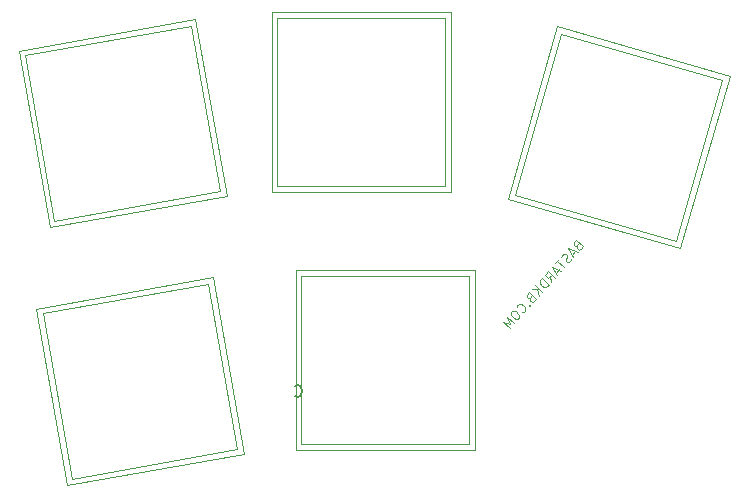
<source format=gbr>
%TF.GenerationSoftware,KiCad,Pcbnew,(6.99.0-4085-g6c752680d7)*%
%TF.CreationDate,2022-11-14T17:07:19+08:00*%
%TF.ProjectId,flex,666c6578-2e6b-4696-9361-645f70636258,rev?*%
%TF.SameCoordinates,Original*%
%TF.FileFunction,Legend,Bot*%
%TF.FilePolarity,Positive*%
%FSLAX46Y46*%
G04 Gerber Fmt 4.6, Leading zero omitted, Abs format (unit mm)*
G04 Created by KiCad (PCBNEW (6.99.0-4085-g6c752680d7)) date 2022-11-14 17:07:19*
%MOMM*%
%LPD*%
G01*
G04 APERTURE LIST*
G04 Aperture macros list*
%AMHorizOval*
0 Thick line with rounded ends*
0 $1 width*
0 $2 $3 position (X,Y) of the first rounded end (center of the circle)*
0 $4 $5 position (X,Y) of the second rounded end (center of the circle)*
0 Add line between two ends*
20,1,$1,$2,$3,$4,$5,0*
0 Add two circle primitives to create the rounded ends*
1,1,$1,$2,$3*
1,1,$1,$4,$5*%
%AMRotRect*
0 Rectangle, with rotation*
0 The origin of the aperture is its center*
0 $1 length*
0 $2 width*
0 $3 Rotation angle, in degrees counterclockwise*
0 Add horizontal line*
21,1,$1,$2,0,0,$3*%
G04 Aperture macros list end*
%ADD10C,0.150000*%
%ADD11C,0.120000*%
%ADD12R,1.700000X1.700000*%
%ADD13O,1.700000X1.700000*%
%ADD14C,1.900000*%
%ADD15C,1.750000*%
%ADD16HorizOval,1.000000X0.295442X0.052094X-0.295442X-0.052094X0*%
%ADD17C,1.550000*%
%ADD18C,5.050000*%
%ADD19C,1.250000*%
%ADD20O,1.600000X1.000000*%
%ADD21HorizOval,1.000000X0.288379X-0.082691X-0.288379X0.082691X0*%
%ADD22RotRect,1.700000X1.700000X11.000000*%
G04 APERTURE END LIST*
D10*
X87179690Y-100383727D02*
X87227309Y-100431346D01*
X87227309Y-100431346D02*
X87370166Y-100478965D01*
X87370166Y-100478965D02*
X87465404Y-100478965D01*
X87465404Y-100478965D02*
X87608261Y-100431346D01*
X87608261Y-100431346D02*
X87703499Y-100336108D01*
X87703499Y-100336108D02*
X87751118Y-100240870D01*
X87751118Y-100240870D02*
X87798737Y-100050394D01*
X87798737Y-100050394D02*
X87798737Y-99907537D01*
X87798737Y-99907537D02*
X87751118Y-99717061D01*
X87751118Y-99717061D02*
X87703499Y-99621823D01*
X87703499Y-99621823D02*
X87608261Y-99526585D01*
X87608261Y-99526585D02*
X87465404Y-99478965D01*
X87465404Y-99478965D02*
X87370166Y-99478965D01*
X87370166Y-99478965D02*
X87227309Y-99526585D01*
X87227309Y-99526585D02*
X87179690Y-99574204D01*
D11*
X111112649Y-87669648D02*
X111064488Y-87780069D01*
X111064488Y-87780069D02*
X111067307Y-87833870D01*
X111067307Y-87833870D02*
X111098437Y-87913162D01*
X111098437Y-87913162D02*
X111183368Y-87989634D01*
X111183368Y-87989634D02*
X111265479Y-88012305D01*
X111265479Y-88012305D02*
X111319280Y-88009485D01*
X111319280Y-88009485D02*
X111398572Y-87978356D01*
X111398572Y-87978356D02*
X111602497Y-87751873D01*
X111602497Y-87751873D02*
X111007981Y-87216569D01*
X111007981Y-87216569D02*
X110829547Y-87414741D01*
X110829547Y-87414741D02*
X110806876Y-87496852D01*
X110806876Y-87496852D02*
X110809695Y-87550653D01*
X110809695Y-87550653D02*
X110840825Y-87629945D01*
X110840825Y-87629945D02*
X110897446Y-87680926D01*
X110897446Y-87680926D02*
X110979557Y-87703597D01*
X110979557Y-87703597D02*
X111033358Y-87700778D01*
X111033358Y-87700778D02*
X111112649Y-87669648D01*
X111112649Y-87669648D02*
X111291084Y-87471476D01*
X110922822Y-88165135D02*
X110667915Y-88448238D01*
X111143665Y-88261458D02*
X110370714Y-87924326D01*
X110370714Y-87924326D02*
X110786795Y-88657802D01*
X110605541Y-88802173D02*
X110557379Y-88912595D01*
X110557379Y-88912595D02*
X110429926Y-89054146D01*
X110429926Y-89054146D02*
X110350634Y-89085276D01*
X110350634Y-89085276D02*
X110296833Y-89088095D01*
X110296833Y-89088095D02*
X110214722Y-89065424D01*
X110214722Y-89065424D02*
X110158101Y-89014443D01*
X110158101Y-89014443D02*
X110126971Y-88935151D01*
X110126971Y-88935151D02*
X110124152Y-88881350D01*
X110124152Y-88881350D02*
X110146823Y-88799239D01*
X110146823Y-88799239D02*
X110220475Y-88660507D01*
X110220475Y-88660507D02*
X110243147Y-88578396D01*
X110243147Y-88578396D02*
X110240327Y-88524595D01*
X110240327Y-88524595D02*
X110209197Y-88445303D01*
X110209197Y-88445303D02*
X110152577Y-88394322D01*
X110152577Y-88394322D02*
X110070465Y-88371651D01*
X110070465Y-88371651D02*
X110016664Y-88374470D01*
X110016664Y-88374470D02*
X109937373Y-88405600D01*
X109937373Y-88405600D02*
X109809919Y-88547152D01*
X109809919Y-88547152D02*
X109761757Y-88657573D01*
X109580503Y-88801944D02*
X109274615Y-89141668D01*
X110022075Y-89507111D02*
X109427559Y-88971806D01*
X109546324Y-89693890D02*
X109291418Y-89976993D01*
X109767168Y-89790214D02*
X108994217Y-89453081D01*
X108994217Y-89453081D02*
X109410298Y-90186557D01*
X108925975Y-90724452D02*
X108821307Y-90271374D01*
X109231863Y-90384729D02*
X108637347Y-89849425D01*
X108637347Y-89849425D02*
X108433422Y-90075907D01*
X108433422Y-90075907D02*
X108410751Y-90158018D01*
X108410751Y-90158018D02*
X108413570Y-90211819D01*
X108413570Y-90211819D02*
X108444700Y-90291111D01*
X108444700Y-90291111D02*
X108529631Y-90367583D01*
X108529631Y-90367583D02*
X108611742Y-90390254D01*
X108611742Y-90390254D02*
X108665543Y-90387434D01*
X108665543Y-90387434D02*
X108744835Y-90356304D01*
X108744835Y-90356304D02*
X108948760Y-90129822D01*
X108696559Y-90979245D02*
X108102043Y-90443941D01*
X108102043Y-90443941D02*
X107974589Y-90585492D01*
X107974589Y-90585492D02*
X107926428Y-90695913D01*
X107926428Y-90695913D02*
X107932067Y-90803515D01*
X107932067Y-90803515D02*
X107963197Y-90882807D01*
X107963197Y-90882807D02*
X108050947Y-91013080D01*
X108050947Y-91013080D02*
X108135878Y-91089552D01*
X108135878Y-91089552D02*
X108274610Y-91163205D01*
X108274610Y-91163205D02*
X108356721Y-91185876D01*
X108356721Y-91185876D02*
X108464323Y-91180237D01*
X108464323Y-91180237D02*
X108569105Y-91120796D01*
X108569105Y-91120796D02*
X108696559Y-90979245D01*
X108161254Y-91573761D02*
X107566738Y-91038456D01*
X107855366Y-91913484D02*
X107745059Y-91352803D01*
X107260850Y-91378180D02*
X107906462Y-91344345D01*
X107136102Y-92086051D02*
X107087940Y-92196473D01*
X107087940Y-92196473D02*
X107090760Y-92250274D01*
X107090760Y-92250274D02*
X107121890Y-92329565D01*
X107121890Y-92329565D02*
X107206820Y-92406037D01*
X107206820Y-92406037D02*
X107288932Y-92428708D01*
X107288932Y-92428708D02*
X107342733Y-92425889D01*
X107342733Y-92425889D02*
X107422024Y-92394759D01*
X107422024Y-92394759D02*
X107625950Y-92168277D01*
X107625950Y-92168277D02*
X107031434Y-91632972D01*
X107031434Y-91632972D02*
X106852999Y-91831144D01*
X106852999Y-91831144D02*
X106830328Y-91913255D01*
X106830328Y-91913255D02*
X106833148Y-91967056D01*
X106833148Y-91967056D02*
X106864277Y-92046348D01*
X106864277Y-92046348D02*
X106920898Y-92097329D01*
X106920898Y-92097329D02*
X107003009Y-92120001D01*
X107003009Y-92120001D02*
X107056810Y-92117181D01*
X107056810Y-92117181D02*
X107136102Y-92086051D01*
X107136102Y-92086051D02*
X107314537Y-91887879D01*
X107034025Y-92711811D02*
X107036844Y-92765612D01*
X107036844Y-92765612D02*
X107090645Y-92762793D01*
X107090645Y-92762793D02*
X107087826Y-92708992D01*
X107087826Y-92708992D02*
X107034025Y-92711811D01*
X107034025Y-92711811D02*
X107090645Y-92762793D01*
X106473230Y-93334637D02*
X106527031Y-93331817D01*
X106527031Y-93331817D02*
X106631813Y-93272377D01*
X106631813Y-93272377D02*
X106682795Y-93215757D01*
X106682795Y-93215757D02*
X106730956Y-93105335D01*
X106730956Y-93105335D02*
X106725317Y-92997733D01*
X106725317Y-92997733D02*
X106694187Y-92918442D01*
X106694187Y-92918442D02*
X106606437Y-92788169D01*
X106606437Y-92788169D02*
X106521506Y-92711697D01*
X106521506Y-92711697D02*
X106382774Y-92638044D01*
X106382774Y-92638044D02*
X106300663Y-92615373D01*
X106300663Y-92615373D02*
X106193061Y-92621012D01*
X106193061Y-92621012D02*
X106088279Y-92680452D01*
X106088279Y-92680452D02*
X106037297Y-92737073D01*
X106037297Y-92737073D02*
X105989135Y-92847494D01*
X105989135Y-92847494D02*
X105991955Y-92901295D01*
X105603956Y-93218348D02*
X105501993Y-93331589D01*
X105501993Y-93331589D02*
X105479322Y-93413700D01*
X105479322Y-93413700D02*
X105484961Y-93521302D01*
X105484961Y-93521302D02*
X105572711Y-93651575D01*
X105572711Y-93651575D02*
X105770883Y-93830010D01*
X105770883Y-93830010D02*
X105909615Y-93903662D01*
X105909615Y-93903662D02*
X106017217Y-93898023D01*
X106017217Y-93898023D02*
X106096509Y-93866893D01*
X106096509Y-93866893D02*
X106198471Y-93753652D01*
X106198471Y-93753652D02*
X106221143Y-93671541D01*
X106221143Y-93671541D02*
X106215503Y-93563939D01*
X106215503Y-93563939D02*
X106127753Y-93433666D01*
X106127753Y-93433666D02*
X105929581Y-93255231D01*
X105929581Y-93255231D02*
X105790849Y-93181579D01*
X105790849Y-93181579D02*
X105683247Y-93187218D01*
X105683247Y-93187218D02*
X105603956Y-93218348D01*
X105739639Y-94263237D02*
X105145123Y-93727932D01*
X105145123Y-93727932D02*
X105391343Y-94308465D01*
X105391343Y-94308465D02*
X104788254Y-94124276D01*
X104788254Y-94124276D02*
X105382770Y-94659581D01*
%TO.C,SW9*%
X65284560Y-93016464D02*
X80253638Y-90377012D01*
X67924012Y-107985542D02*
X65284560Y-93016464D01*
X65863788Y-93422044D02*
X79848058Y-90956240D01*
X68329592Y-107406314D02*
X65863788Y-93422044D01*
X79848058Y-90956240D02*
X82313862Y-104940510D01*
X82313862Y-104940510D02*
X68329592Y-107406314D01*
X80253638Y-90377012D02*
X82893090Y-105346090D01*
X82893090Y-105346090D02*
X67924012Y-107985542D01*
%TO.C,SW19*%
X85234019Y-67908476D02*
X100434019Y-67908476D01*
X85234019Y-83108476D02*
X85234019Y-67908476D01*
X85734019Y-68408476D02*
X99934019Y-68408476D01*
X85734019Y-82608476D02*
X85734019Y-68408476D01*
X99934019Y-68408476D02*
X99934019Y-82608476D01*
X99934019Y-82608476D02*
X85734019Y-82608476D01*
X100434019Y-67908476D02*
X100434019Y-83108476D01*
X100434019Y-83108476D02*
X85234019Y-83108476D01*
%TO.C,SW14*%
X109416481Y-69105242D02*
X124027659Y-73294930D01*
X105226793Y-83716420D02*
X109416481Y-69105242D01*
X109759293Y-69723692D02*
X123409209Y-73637742D01*
X105845243Y-83373608D02*
X109759293Y-69723692D01*
X123409209Y-73637742D02*
X119495159Y-87287658D01*
X119495159Y-87287658D02*
X105845243Y-83373608D01*
X124027659Y-73294930D02*
X119837971Y-87906108D01*
X119837971Y-87906108D02*
X105226793Y-83716420D01*
%TO.C,SW1*%
X87266022Y-89752476D02*
X102466022Y-89752476D01*
X87266022Y-104952476D02*
X87266022Y-89752476D01*
X87766022Y-90252476D02*
X101966022Y-90252476D01*
X87766022Y-104452476D02*
X87766022Y-90252476D01*
X101966022Y-90252476D02*
X101966022Y-104452476D01*
X101966022Y-104452476D02*
X87766022Y-104452476D01*
X102466022Y-89752476D02*
X102466022Y-104952476D01*
X102466022Y-104952476D02*
X87266022Y-104952476D01*
%TO.C,SW5*%
X63811364Y-71172460D02*
X78780442Y-68533008D01*
X66450816Y-86141538D02*
X63811364Y-71172460D01*
X64390592Y-71578040D02*
X78374862Y-69112236D01*
X66856396Y-85562310D02*
X64390592Y-71578040D01*
X78374862Y-69112236D02*
X80840666Y-83096506D01*
X80840666Y-83096506D02*
X66856396Y-85562310D01*
X78780442Y-68533008D02*
X81419894Y-83502086D01*
X81419894Y-83502086D02*
X66450816Y-86141538D01*
%TD*%
%LPC*%
D12*
%TO.C,J2*%
X84959213Y-98494082D03*
D13*
X84959213Y-101034082D03*
X84959213Y-103574082D03*
%TD*%
D14*
%TO.C,SW9*%
X68672382Y-100136342D03*
D15*
X69086002Y-100063410D03*
D16*
X68270497Y-94977757D03*
D17*
X70777774Y-102344288D03*
X72526802Y-105295407D03*
D18*
X74088825Y-99181277D03*
D19*
X75113349Y-104991643D03*
D17*
X77472369Y-103743034D03*
X79238126Y-103045821D03*
D19*
X79672727Y-102055306D03*
D15*
X79091648Y-98299144D03*
D14*
X79505268Y-98226212D03*
%TD*%
%TO.C,SW19*%
X87334019Y-75508476D03*
D15*
X87754019Y-75508476D03*
D20*
X87834018Y-70358475D03*
D17*
X89024019Y-78048476D03*
X90234019Y-81258476D03*
D18*
X92834019Y-75508476D03*
D19*
X92834019Y-81408476D03*
D17*
X95374019Y-80588476D03*
X97234019Y-80208476D03*
D19*
X97834019Y-79308476D03*
D15*
X97914019Y-75508476D03*
D14*
X98334019Y-75508476D03*
%TD*%
%TO.C,SW14*%
X109340287Y-76989670D03*
D15*
X109744017Y-77105437D03*
D21*
X111240449Y-72176989D03*
D17*
X110264700Y-79897101D03*
X110543031Y-83316273D03*
D18*
X114627226Y-78505675D03*
D19*
X113000966Y-84177119D03*
D17*
X115668593Y-84089003D03*
X117561282Y-84236409D03*
D19*
X118386113Y-83536656D03*
D15*
X119510435Y-79905913D03*
D14*
X119914165Y-80021680D03*
%TD*%
D12*
%TO.C,J1*%
X82978828Y-69310873D03*
D13*
X82978828Y-71850873D03*
X82978828Y-74390873D03*
X82978828Y-76930873D03*
X82978828Y-79470873D03*
X82978828Y-82010873D03*
%TD*%
D14*
%TO.C,SW1*%
X89366022Y-97352476D03*
D15*
X89786022Y-97352476D03*
D20*
X89866021Y-92202475D03*
D17*
X91056022Y-99892476D03*
X92266022Y-103102476D03*
D18*
X94866022Y-97352476D03*
D19*
X94866022Y-103252476D03*
D17*
X97406022Y-102432476D03*
X99266022Y-102052476D03*
D19*
X99866022Y-101152476D03*
D15*
X99946022Y-97352476D03*
D14*
X100366022Y-97352476D03*
%TD*%
%TO.C,SW5*%
X67199186Y-78292338D03*
D15*
X67612806Y-78219406D03*
D16*
X66797301Y-73133753D03*
D17*
X69304578Y-80500284D03*
X71053606Y-83451403D03*
D18*
X72615629Y-77337273D03*
D19*
X73640153Y-83147639D03*
D17*
X75999173Y-81899030D03*
X77764930Y-81201817D03*
D19*
X78199531Y-80211302D03*
D15*
X77618452Y-76455140D03*
D14*
X78032072Y-76382208D03*
%TD*%
D22*
%TO.C,J3*%
X66648412Y-75536199D03*
%TD*%
M02*

</source>
